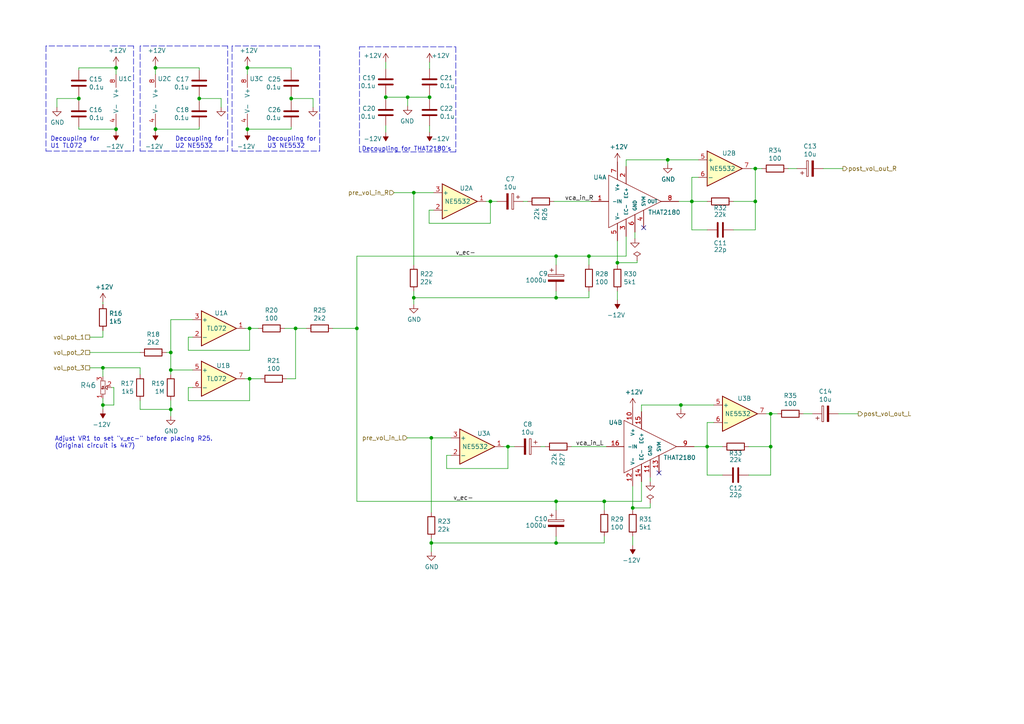
<source format=kicad_sch>
(kicad_sch (version 20211123) (generator eeschema)
  (paper "A4")
  (title_block (title "Volume Control") (date "2020-01-21") (rev "A") (company "Shawn Adams") (comment 1 "https://sound-au.com/") (comment 2 "Based on designs by Elliot Sound Products"))
  (lib_symbols
    (symbol "AAMB-Rev02:3203X502P" (pin_names (offset 0.254))
      (property "Reference" "R" (at -3.175 0.635 0))
      (property "Value" "3203X502P" (at -0.635 -1.27 0))
      (symbol "3203X502P_0_0"
        (text "5k" (at 0 0 900) (effects (font (size 0.64 0.64))))
      )
      (symbol "3203X502P_0_1"
        (polyline (pts (xy 1.27 0) (xy 1.27 0.635) (xy 0.635 0) (xy 1.27 -0.635) (xy 1.27 0)))
      )
      (symbol "3203X502P_1_1"
        (polyline (pts (xy -0.635 -1.905) (xy 0.635 -1.905)) (stroke (width 0.127)))
        (polyline (pts (xy -0.635 1.905) (xy -0.635 -1.905)) (stroke (width 0.127)))
        (polyline (pts (xy 0.635 -1.905) (xy 0.635 1.905)) (stroke (width 0.127)))
        (polyline (pts (xy 0.635 1.905) (xy -0.635 1.905)) (stroke (width 0.127)))
        (pin passive line (at 0 -3.175 90) (length 1.27) (name "") (number "1"))
        (pin passive line (at 2.54 0 180) (length 1.27) (name "") (number "2"))
        (pin passive line (at 0 3.175 270) (length 1.27) (name "") (number "3"))
      )
    )
    (symbol "AAMB-rescue:CP-Device" (pin_numbers hide) (pin_names (offset 0.254))
      (property "Reference" "C" (at 0.635 2.54 0))
      (property "Value" "CP-Device" (at 0.635 -2.54 0))
      (symbol "CP-Device_0_1"
        (rectangle (start -2.286 0.508) (end 2.286 1.016))
        (polyline (pts (xy -1.778 2.286) (xy -0.762 2.286)))
        (polyline (pts (xy -1.27 2.794) (xy -1.27 1.778)))
        (rectangle (start 2.286 -0.508) (end -2.286 -1.016) (fill (type outline)))
      )
      (symbol "CP-Device_1_1"
        (pin passive line (at 0 3.81 270) (length 2.794) (name "~") (number "1"))
        (pin passive line (at 0 -3.81 90) (length 2.794) (name "~") (number "2"))
      )
    )
    (symbol "AAMB-rescue:TL072-ne5532dr" (pin_names (offset 0.127))
      (property "Reference" "U" (at 0 5.08 0))
      (property "Value" "TL072-ne5532dr" (at 0 -5.08 0))
      (symbol "TL072-ne5532dr_1_1"
        (polyline (pts (xy -5.08 5.08) (xy 5.08 0) (xy -5.08 -5.08) (xy -5.08 5.08)) (stroke (width 0.254)) (fill (type background)))
        (pin output line (at 7.62 0 180) (length 2.54) (name "~") (number "1"))
        (pin input line (at -7.62 -2.54 0) (length 2.54) (name "-") (number "2"))
        (pin input line (at -7.62 2.54 0) (length 2.54) (name "+") (number "3"))
      )
      (symbol "TL072-ne5532dr_2_1"
        (polyline (pts (xy -5.08 5.08) (xy 5.08 0) (xy -5.08 -5.08) (xy -5.08 5.08)) (stroke (width 0.254)) (fill (type background)))
        (pin input line (at -7.62 2.54 0) (length 2.54) (name "+") (number "5"))
        (pin input line (at -7.62 -2.54 0) (length 2.54) (name "-") (number "6"))
        (pin output line (at 7.62 0 180) (length 2.54) (name "~") (number "7"))
      )
      (symbol "TL072-ne5532dr_3_1"
        (pin power_in line (at -2.54 -7.62 90) (length 3.81) (name "V-") (number "4"))
        (pin power_in line (at -2.54 7.62 270) (length 3.81) (name "V+") (number "8"))
      )
    )
    (symbol "Amplifier_Operational:NE5532" (pin_names (offset 0.127))
      (property "Reference" "U" (at 0 5.08 0))
      (property "Value" "NE5532" (at 0 -5.08 0))
      (symbol "NE5532_1_1"
        (polyline (pts (xy -5.08 5.08) (xy 5.08 0) (xy -5.08 -5.08) (xy -5.08 5.08)) (stroke (width 0.254)) (fill (type background)))
        (pin output line (at 7.62 0 180) (length 2.54) (name "~") (number "1"))
        (pin input line (at -7.62 -2.54 0) (length 2.54) (name "-") (number "2"))
        (pin input line (at -7.62 2.54 0) (length 2.54) (name "+") (number "3"))
      )
      (symbol "NE5532_2_1"
        (polyline (pts (xy -5.08 5.08) (xy 5.08 0) (xy -5.08 -5.08) (xy -5.08 5.08)) (stroke (width 0.254)) (fill (type background)))
        (pin input line (at -7.62 2.54 0) (length 2.54) (name "+") (number "5"))
        (pin input line (at -7.62 -2.54 0) (length 2.54) (name "-") (number "6"))
        (pin output line (at 7.62 0 180) (length 2.54) (name "~") (number "7"))
      )
      (symbol "NE5532_3_1"
        (pin power_in line (at -2.54 -7.62 90) (length 3.81) (name "V-") (number "4"))
        (pin power_in line (at -2.54 7.62 270) (length 3.81) (name "V+") (number "8"))
      )
    )
    (symbol "Device:C" (pin_numbers hide) (pin_names (offset 0.254))
      (property "Reference" "C" (at 0.635 2.54 0))
      (property "Value" "C" (at 0.635 -2.54 0))
      (symbol "C_0_1"
        (polyline (pts (xy -2.032 -0.762) (xy 2.032 -0.762)) (stroke (width 0.508)))
        (polyline (pts (xy -2.032 0.762) (xy 2.032 0.762)) (stroke (width 0.508)))
      )
      (symbol "C_1_1"
        (pin passive line (at 0 3.81 270) (length 2.794) (name "~") (number "1"))
        (pin passive line (at 0 -3.81 90) (length 2.794) (name "~") (number "2"))
      )
    )
    (symbol "Device:R" (pin_numbers hide) (pin_names (offset 0))
      (property "Reference" "R" (at 2.032 0 90))
      (property "Value" "R" (at 0 0 90))
      (symbol "R_0_1"
        (rectangle (start -1.016 -2.54) (end 1.016 2.54) (stroke (width 0.254)))
      )
      (symbol "R_1_1"
        (pin passive line (at 0 3.81 270) (length 1.27) (name "~") (number "1"))
        (pin passive line (at 0 -3.81 90) (length 1.27) (name "~") (number "2"))
      )
    )
    (symbol "THAT2180_1" (pin_names (offset 1.016))
      (property "Reference" "U4" (at -10.795 6.985 0))
      (property "Value" "THAT2180_1" (at 5.08 -3.175 0))
      (symbol "THAT2180_1_0_1"
        (polyline (pts (xy -6.35 -7.62) (xy 8.89 0) (xy -6.35 7.62) (xy -6.35 -7.62)))
      )
      (symbol "THAT2180_1_1_1"
        (pin input line (at -11.43 0 0) (length 5.08) (name "-IN") (number "1"))
        (pin input line (at -1.27 10.16 270) (length 5.08) (name "EC+") (number "2"))
        (pin input line (at -1.27 -10.16 90) (length 5.08) (name "EC-") (number "3"))
        (pin passive line (at 3.81 -7.62 90) (length 5.08) (name "SVM") (number "4"))
        (pin power_in line (at -3.81 -11.43 90) (length 5.08) (name "V-") (number "5"))
        (pin power_in line (at 1.27 -8.89 90) (length 5.08) (name "GND") (number "6"))
        (pin power_in line (at -3.81 11.43 270) (length 5.08) (name "V+") (number "7"))
        (pin output line (at 13.97 0 180) (length 5.08) (name "OUT") (number "8"))
      )
      (symbol "THAT2180_1_2_1"
        (pin power_in line (at -3.81 11.43 270) (length 5.08) (name "V+") (number "10"))
        (pin power_in line (at 1.27 -8.89 90) (length 5.08) (name "GND") (number "11"))
        (pin power_in line (at -3.81 -11.43 90) (length 5.08) (name "V-") (number "12"))
        (pin passive line (at 3.81 -7.62 90) (length 5.08) (name "SVM") (number "13"))
        (pin input line (at -1.27 -10.16 90) (length 5.08) (name "EC-") (number "14"))
        (pin input line (at -1.27 10.16 270) (length 5.08) (name "EC+") (number "15"))
        (pin input line (at -11.43 0 0) (length 5.08) (name "-IN") (number "16"))
        (pin output line (at 13.97 0 180) (length 5.08) (name "~") (number "9"))
      )
    )
    (symbol "power:+12V" (power) (pin_names (offset 0))
      (property "Value" "+12V" (at 0 3.556 0))
      (symbol "+12V_0_1"
        (polyline (pts (xy -0.762 1.27) (xy 0 2.54)))
        (polyline (pts (xy 0 0) (xy 0 2.54)))
        (polyline (pts (xy 0 2.54) (xy 0.762 1.27)))
      )
      (symbol "+12V_1_1"
        (pin power_in line (at 0 0 90) (length 0) hide (name "+12V") (number "1"))
      )
    )
    (symbol "power:-12V" (power) (pin_names (offset 0))
      (property "Value" "-12V" (at 0 3.81 0))
      (symbol "-12V_0_0"
        (pin power_in line (at 0 0 90) (length 0) hide (name "-12V") (number "1"))
      )
      (symbol "-12V_0_1"
        (polyline (pts (xy 0 0) (xy 0 1.27) (xy 0.762 1.27) (xy 0 2.54) (xy -0.762 1.27) (xy 0 1.27)) (fill (type outline)))
      )
    )
    (symbol "power:GND" (power) (pin_names (offset 0))
      (property "Value" "GND" (at 0 -3.81 0))
      (symbol "GND_0_1"
        (polyline (pts (xy 0 0) (xy 0 -1.27) (xy 1.27 -1.27) (xy 0 -2.54) (xy -1.27 -1.27) (xy 0 -1.27)))
      )
      (symbol "GND_1_1"
        (pin power_in line (at 0 0 270) (length 0) hide (name "GND") (number "1"))
      )
    )
    (symbol "power:PWR_FLAG" (power) (pin_numbers hide) (pin_names (offset 0) hide)
      (property "Value" "PWR_FLAG" (at 0 3.81 0))
      (symbol "PWR_FLAG_0_0"
        (pin power_out line (at 0 0 90) (length 0) (name "pwr") (number "1"))
      )
      (symbol "PWR_FLAG_0_1"
        (polyline (pts (xy 0 0) (xy 0 1.27) (xy -1.016 1.905) (xy 0 2.54) (xy 1.016 1.905) (xy 0 1.27)))
      )
    )
  )
  (junction (at 22.86 28.575))
  (junction (at 125.095 127))
  (junction (at 118.237 28.194))
  (junction (at 124.587 28.194))
  (junction (at 71.755 37.465))
  (junction (at 57.785 28.575))
  (junction (at 45.085 19.685))
  (junction (at 29.845 117.475))
  (junction (at 111.887 28.194))
  (junction (at 161.29 74.295))
  (junction (at 49.53 102.235))
  (junction (at 219.075 58.42))
  (junction (at 33.655 19.685))
  (junction (at 170.815 74.295))
  (junction (at 72.39 109.855))
  (junction (at 147.32 129.54))
  (junction (at 183.515 147.32))
  (junction (at 175.26 145.415))
  (junction (at 223.52 120.015))
  (junction (at 85.725 95.25))
  (junction (at 71.755 19.685))
  (junction (at 125.095 157.48))
  (junction (at 49.53 118.745))
  (junction (at 33.655 37.465))
  (junction (at 120.015 86.36))
  (junction (at 45.085 37.465))
  (junction (at 197.485 117.475))
  (junction (at 103.505 95.25))
  (junction (at 179.07 76.2))
  (junction (at 29.845 106.68))
  (junction (at 200.66 58.42))
  (junction (at 84.455 28.575))
  (junction (at 142.24 58.42))
  (junction (at 49.53 107.315))
  (junction (at 219.075 48.895))
  (junction (at 161.29 145.415))
  (junction (at 223.52 129.54))
  (junction (at 120.015 55.88))
  (junction (at 72.39 95.25))
  (junction (at 205.105 129.54))
  (junction (at 161.29 157.48))
  (junction (at 193.675 46.355))
  (junction (at 161.29 86.36))
  (no_connect (at 186.69 66.04))
  (no_connect (at 191.135 137.16))
  (wire (pts (xy 33.02 117.475) (xy 29.845 117.475)))
  (polyline (pts (xy 132.207 44.069) (xy 104.267 44.069)))
  (wire (pts (xy 188.595 147.32) (xy 183.515 147.32)))
  (wire (pts (xy 181.61 48.26) (xy 181.61 46.355)))
  (wire (pts (xy 120.015 55.88) (xy 125.73 55.88)))
  (wire (pts (xy 49.53 118.745) (xy 40.64 118.745)))
  (wire (pts (xy 29.845 106.68) (xy 40.64 106.68)))
  (wire (pts (xy 129.54 135.89) (xy 129.54 132.08)))
  (wire (pts (xy 45.085 37.465) (xy 45.085 38.1)))
  (polyline (pts (xy 92.71 13.335) (xy 67.31 13.335)))
  (wire (pts (xy 244.475 48.895) (xy 238.76 48.895)))
  (wire (pts (xy 114.3 55.88) (xy 120.015 55.88)))
  (wire (pts (xy 196.85 58.42) (xy 200.66 58.42)))
  (wire (pts (xy 49.53 102.235) (xy 49.53 92.71)))
  (wire (pts (xy 85.725 95.25) (xy 82.55 95.25)))
  (wire (pts (xy 124.587 28.194) (xy 124.587 27.559)))
  (wire (pts (xy 147.32 129.54) (xy 149.225 129.54)))
  (wire (pts (xy 161.29 76.835) (xy 161.29 74.295)))
  (wire (pts (xy 72.39 101.6) (xy 54.61 101.6)))
  (wire (pts (xy 186.055 117.475) (xy 197.485 117.475)))
  (wire (pts (xy 64.135 31.115) (xy 64.135 28.575)))
  (wire (pts (xy 186.055 139.7) (xy 186.055 145.415)))
  (wire (pts (xy 29.845 115.57) (xy 29.845 117.475)))
  (wire (pts (xy 179.07 76.835) (xy 179.07 76.2)))
  (wire (pts (xy 49.53 107.315) (xy 49.53 108.585)))
  (wire (pts (xy 200.66 66.675) (xy 205.105 66.675)))
  (wire (pts (xy 209.55 129.54) (xy 205.105 129.54)))
  (wire (pts (xy 29.845 95.885) (xy 29.845 97.79)))
  (wire (pts (xy 40.64 108.585) (xy 40.64 106.68)))
  (wire (pts (xy 147.32 129.54) (xy 147.32 135.89)))
  (wire (pts (xy 57.785 27.94) (xy 57.785 28.575)))
  (wire (pts (xy 212.725 58.42) (xy 219.075 58.42)))
  (wire (pts (xy 72.39 109.855) (xy 72.39 116.205)))
  (wire (pts (xy 118.11 127) (xy 125.095 127)))
  (polyline (pts (xy 92.71 43.815) (xy 92.71 13.335)))
  (wire (pts (xy 120.015 86.36) (xy 120.015 84.455)))
  (polyline (pts (xy 40.64 13.335) (xy 40.64 43.815)))
  (wire (pts (xy 118.237 28.194) (xy 118.237 30.734)))
  (wire (pts (xy 170.815 74.295) (xy 161.29 74.295)))
  (wire (pts (xy 161.29 86.36) (xy 170.815 86.36)))
  (wire (pts (xy 175.26 145.415) (xy 161.29 145.415)))
  (wire (pts (xy 125.095 148.59) (xy 125.095 127)))
  (wire (pts (xy 71.12 109.855) (xy 72.39 109.855)))
  (wire (pts (xy 219.075 58.42) (xy 219.075 48.895)))
  (wire (pts (xy 124.587 28.829) (xy 124.587 28.194)))
  (wire (pts (xy 161.29 145.415) (xy 103.505 145.415)))
  (wire (pts (xy 188.595 139.7) (xy 188.595 138.43)))
  (wire (pts (xy 71.755 19.05) (xy 71.755 19.685)))
  (wire (pts (xy 29.845 97.79) (xy 26.035 97.79)))
  (wire (pts (xy 183.515 147.32) (xy 183.515 140.97)))
  (wire (pts (xy 179.07 86.995) (xy 179.07 84.455)))
  (wire (pts (xy 111.887 28.194) (xy 111.887 27.559)))
  (wire (pts (xy 54.61 112.395) (xy 55.88 112.395)))
  (wire (pts (xy 33.655 37.465) (xy 22.86 37.465)))
  (wire (pts (xy 140.97 58.42) (xy 142.24 58.42)))
  (wire (pts (xy 186.055 119.38) (xy 186.055 117.475)))
  (wire (pts (xy 54.61 101.6) (xy 54.61 97.79)))
  (wire (pts (xy 84.455 27.94) (xy 84.455 28.575)))
  (wire (pts (xy 201.295 129.54) (xy 205.105 129.54)))
  (wire (pts (xy 188.595 146.05) (xy 188.595 147.32)))
  (wire (pts (xy 200.66 58.42) (xy 200.66 66.675)))
  (wire (pts (xy 111.887 28.829) (xy 111.887 28.194)))
  (wire (pts (xy 200.66 58.42) (xy 200.66 51.435)))
  (wire (pts (xy 223.52 129.54) (xy 223.52 120.015)))
  (wire (pts (xy 85.725 95.25) (xy 88.9 95.25)))
  (wire (pts (xy 161.29 84.455) (xy 161.29 86.36)))
  (wire (pts (xy 84.455 20.32) (xy 84.455 19.685)))
  (wire (pts (xy 175.26 157.48) (xy 175.26 155.575)))
  (wire (pts (xy 57.785 20.32) (xy 57.785 19.685)))
  (wire (pts (xy 219.075 66.675) (xy 219.075 58.42)))
  (wire (pts (xy 183.515 147.955) (xy 183.515 147.32)))
  (wire (pts (xy 181.61 46.355) (xy 193.675 46.355)))
  (wire (pts (xy 225.425 120.015) (xy 223.52 120.015)))
  (wire (pts (xy 228.6 48.895) (xy 231.14 48.895)))
  (wire (pts (xy 72.39 95.25) (xy 72.39 101.6)))
  (wire (pts (xy 54.61 116.205) (xy 54.61 112.395)))
  (polyline (pts (xy 132.207 13.589) (xy 132.207 44.069)))
  (wire (pts (xy 57.785 28.575) (xy 57.785 29.21)))
  (polyline (pts (xy 38.735 43.815) (xy 38.735 13.335)))
  (wire (pts (xy 54.61 97.79) (xy 55.88 97.79)))
  (wire (pts (xy 248.92 120.015) (xy 243.205 120.015)))
  (wire (pts (xy 48.26 102.235) (xy 49.53 102.235)))
  (wire (pts (xy 161.29 155.575) (xy 161.29 157.48)))
  (polyline (pts (xy 67.31 43.815) (xy 92.71 43.815)))
  (wire (pts (xy 55.88 107.315) (xy 49.53 107.315)))
  (wire (pts (xy 22.86 28.575) (xy 22.86 27.94)))
  (wire (pts (xy 197.485 118.745) (xy 197.485 117.475)))
  (wire (pts (xy 72.39 116.205) (xy 54.61 116.205)))
  (wire (pts (xy 96.52 95.25) (xy 103.505 95.25)))
  (wire (pts (xy 183.515 158.115) (xy 183.515 155.575)))
  (wire (pts (xy 181.61 74.295) (xy 170.815 74.295)))
  (polyline (pts (xy 67.31 13.335) (xy 67.31 43.815)))
  (wire (pts (xy 45.085 19.05) (xy 45.085 19.685)))
  (wire (pts (xy 165.735 129.54) (xy 175.895 129.54)))
  (wire (pts (xy 22.86 29.21) (xy 22.86 28.575)))
  (wire (pts (xy 49.53 118.745) (xy 49.53 116.205)))
  (wire (pts (xy 29.845 106.68) (xy 29.845 109.22)))
  (wire (pts (xy 142.24 58.42) (xy 144.145 58.42)))
  (wire (pts (xy 33.02 112.395) (xy 33.02 117.475)))
  (wire (pts (xy 33.655 19.685) (xy 33.655 21.59)))
  (wire (pts (xy 22.86 19.685) (xy 22.86 20.32)))
  (wire (pts (xy 49.53 102.235) (xy 49.53 107.315)))
  (wire (pts (xy 125.095 157.48) (xy 161.29 157.48)))
  (wire (pts (xy 212.725 66.675) (xy 219.075 66.675)))
  (polyline (pts (xy 13.335 43.815) (xy 38.735 43.815)))
  (wire (pts (xy 219.075 48.895) (xy 217.805 48.895)))
  (wire (pts (xy 179.07 76.2) (xy 179.07 69.85)))
  (wire (pts (xy 125.095 160.02) (xy 125.095 157.48)))
  (wire (pts (xy 84.455 37.465) (xy 71.755 37.465)))
  (wire (pts (xy 57.785 37.465) (xy 57.785 36.83)))
  (wire (pts (xy 193.675 46.355) (xy 202.565 46.355)))
  (wire (pts (xy 103.505 95.25) (xy 103.505 74.295)))
  (wire (pts (xy 233.045 120.015) (xy 235.585 120.015)))
  (wire (pts (xy 217.17 129.54) (xy 223.52 129.54)))
  (wire (pts (xy 103.505 95.25) (xy 103.505 145.415)))
  (wire (pts (xy 193.675 46.355) (xy 193.675 47.625)))
  (wire (pts (xy 29.845 106.68) (xy 26.035 106.68)))
  (wire (pts (xy 184.15 67.31) (xy 184.15 69.215)))
  (wire (pts (xy 161.29 157.48) (xy 175.26 157.48)))
  (wire (pts (xy 33.655 37.465) (xy 33.655 38.1)))
  (wire (pts (xy 160.655 58.42) (xy 171.45 58.42)))
  (polyline (pts (xy 104.267 44.069) (xy 104.267 13.589)))
  (wire (pts (xy 33.655 19.685) (xy 33.655 19.05)))
  (wire (pts (xy 71.755 36.83) (xy 71.755 37.465)))
  (wire (pts (xy 57.785 19.685) (xy 45.085 19.685)))
  (wire (pts (xy 71.12 95.25) (xy 72.39 95.25)))
  (wire (pts (xy 156.845 129.54) (xy 158.115 129.54)))
  (wire (pts (xy 146.05 129.54) (xy 147.32 129.54)))
  (polyline (pts (xy 66.04 43.815) (xy 66.04 13.335)))
  (wire (pts (xy 83.185 109.855) (xy 85.725 109.855)))
  (wire (pts (xy 125.095 157.48) (xy 125.095 156.21)))
  (wire (pts (xy 200.66 51.435) (xy 202.565 51.435)))
  (wire (pts (xy 22.86 28.575) (xy 16.51 28.575)))
  (wire (pts (xy 205.105 137.795) (xy 209.55 137.795)))
  (wire (pts (xy 161.29 86.36) (xy 120.015 86.36)))
  (wire (pts (xy 186.055 145.415) (xy 175.26 145.415)))
  (wire (pts (xy 120.015 88.265) (xy 120.015 86.36)))
  (polyline (pts (xy 104.267 13.589) (xy 132.207 13.589)))
  (wire (pts (xy 142.24 64.77) (xy 124.46 64.77)))
  (wire (pts (xy 170.815 86.36) (xy 170.815 84.455)))
  (wire (pts (xy 142.24 58.42) (xy 142.24 64.77)))
  (wire (pts (xy 217.17 137.795) (xy 223.52 137.795)))
  (wire (pts (xy 223.52 137.795) (xy 223.52 129.54)))
  (wire (pts (xy 40.64 102.235) (xy 26.035 102.235)))
  (wire (pts (xy 124.46 60.96) (xy 125.73 60.96)))
  (wire (pts (xy 33.655 19.685) (xy 22.86 19.685)))
  (wire (pts (xy 84.455 28.575) (xy 84.455 29.21)))
  (wire (pts (xy 111.887 19.939) (xy 111.887 18.034)))
  (wire (pts (xy 57.785 37.465) (xy 45.085 37.465)))
  (wire (pts (xy 124.587 18.034) (xy 124.587 19.939)))
  (wire (pts (xy 184.785 75.565) (xy 184.785 76.2)))
  (wire (pts (xy 205.105 129.54) (xy 205.105 137.795)))
  (wire (pts (xy 170.815 76.835) (xy 170.815 74.295)))
  (wire (pts (xy 175.26 147.955) (xy 175.26 145.415)))
  (wire (pts (xy 16.51 28.575) (xy 16.51 31.115)))
  (polyline (pts (xy 13.335 13.335) (xy 13.335 43.815)))
  (wire (pts (xy 205.105 58.42) (xy 200.66 58.42)))
  (wire (pts (xy 124.46 64.77) (xy 124.46 60.96)))
  (wire (pts (xy 181.61 68.58) (xy 181.61 74.295)))
  (wire (pts (xy 205.105 129.54) (xy 205.105 122.555)))
  (wire (pts (xy 84.455 19.685) (xy 71.755 19.685)))
  (wire (pts (xy 33.655 36.83) (xy 33.655 37.465)))
  (wire (pts (xy 32.385 112.395) (xy 33.02 112.395)))
  (wire (pts (xy 111.887 38.354) (xy 111.887 36.449)))
  (wire (pts (xy 147.32 135.89) (xy 129.54 135.89)))
  (wire (pts (xy 184.785 76.2) (xy 179.07 76.2)))
  (wire (pts (xy 120.015 76.835) (xy 120.015 55.88)))
  (wire (pts (xy 103.505 74.295) (xy 161.29 74.295)))
  (wire (pts (xy 72.39 95.25) (xy 74.93 95.25)))
  (wire (pts (xy 161.29 147.955) (xy 161.29 145.415)))
  (wire (pts (xy 45.085 36.83) (xy 45.085 37.465)))
  (wire (pts (xy 40.64 118.745) (xy 40.64 116.205)))
  (wire (pts (xy 151.765 58.42) (xy 153.035 58.42)))
  (wire (pts (xy 71.755 19.685) (xy 71.755 21.59)))
  (wire (pts (xy 72.39 109.855) (xy 75.565 109.855)))
  (wire (pts (xy 220.98 48.895) (xy 219.075 48.895)))
  (wire (pts (xy 29.845 118.745) (xy 29.845 117.475)))
  (wire (pts (xy 84.455 37.465) (xy 84.455 36.83)))
  (polyline (pts (xy 38.735 13.335) (xy 13.335 13.335)))
  (wire (pts (xy 22.86 37.465) (xy 22.86 36.83)))
  (wire (pts (xy 124.587 38.354) (xy 124.587 36.449)))
  (wire (pts (xy 124.587 28.194) (xy 118.237 28.194)))
  (polyline (pts (xy 66.04 13.335) (xy 40.64 13.335)))
  (wire (pts (xy 71.755 37.465) (xy 71.755 38.1)))
  (wire (pts (xy 223.52 120.015) (xy 222.25 120.015)))
  (wire (pts (xy 49.53 120.65) (xy 49.53 118.745)))
  (wire (pts (xy 111.887 28.194) (xy 118.237 28.194)))
  (wire (pts (xy 205.105 122.555) (xy 207.01 122.555)))
  (polyline (pts (xy 40.64 43.815) (xy 66.04 43.815)))
  (wire (pts (xy 129.54 132.08) (xy 130.81 132.08)))
  (wire (pts (xy 90.805 28.575) (xy 84.455 28.575)))
  (wire (pts (xy 125.095 127) (xy 130.81 127)))
  (wire (pts (xy 45.085 19.685) (xy 45.085 21.59)))
  (wire (pts (xy 85.725 109.855) (xy 85.725 95.25)))
  (wire (pts (xy 64.135 28.575) (xy 57.785 28.575)))
  (wire (pts (xy 29.845 87.63) (xy 29.845 88.265)))
  (wire (pts (xy 49.53 92.71) (xy 55.88 92.71)))
  (wire (pts (xy 90.805 31.115) (xy 90.805 28.575)))
  (wire (pts (xy 197.485 117.475) (xy 207.01 117.475)))
  (text "Adjust VR1 to set \"v_ec-\" before placing R25.\n(Original circuit is 4k7)" (at 15.875 130.175 0) (effects (font (size 1.27 1.27)) (justify left bottom)))
  (text "Decoupling for \nU1 TL072" (at 14.605 43.18 0) (effects (font (size 1.27 1.27)) (justify left bottom)))
  (text "Decoupling for \nU2 NE5532" (at 50.8 43.18 0) (effects (font (size 1.27 1.27)) (justify left bottom)))
  (text "Decoupling for \nU3 NE5532" (at 77.47 43.18 0) (effects (font (size 1.27 1.27)) (justify left bottom)))
  (text "Decoupling for THAT2180's" (at 104.902 44.069 0) (effects (font (size 1.27 1.27)) (justify left bottom)))
  (label "vca_in_R" (at 163.83 58.42 0))
  (label "v_ec-" (at 132.08 74.295 0))
  (label "v_ec-" (at 131.445 145.415 0))
  (label "vca_in_L" (at 167.005 129.54 0))
  (hierarchical_label "pre_vol_in_R" (shape input) (at 114.3 55.88 180))
  (hierarchical_label "vol_pot_3" (shape passive) (at 26.035 106.68 180))
  (hierarchical_label "pre_vol_in_L" (shape input) (at 118.11 127 180))
  (hierarchical_label "vol_pot_1" (shape passive) (at 26.035 97.79 180))
  (hierarchical_label "vol_pot_2" (shape passive) (at 26.035 102.235 180))
  (hierarchical_label "post_vol_out_R" (shape output) (at 244.475 48.895 0))
  (hierarchical_label "post_vol_out_L" (shape output) (at 248.92 120.015 0))
  (symbol (lib_id "Device:R") (at 161.925 129.54 90) (unit 1)
    (property "Reference" "R27" (at 163.0934 131.318 0) (effects (justify right)))
    (property "Value" "22k" (at 160.782 131.318 0) (effects (justify right)))
    (property "Footprint" "Resistor_SMD:R_0201_0603Metric_Pad0.64x0.40mm_HandSolder" (effects hide))
    (property "DigiKey" "https://www.digikey.com/product-detail/en/te-connectivity-passive-product/CRGCQ0603F22K/A129704CT-ND/8577536" (effects hide))
    (property "MFG" "TE Connectivity Passive Product" (effects hide))
    (property "MPN" "CRGCQ0603F22K" (effects hide))
  )
  (symbol (lib_id "Device:R") (at 92.71 95.25 90) (unit 1)
    (property "Reference" "R25" (at 92.71 89.9922 90))
    (property "Value" "2k2" (at 92.71 92.3036 90))
    (property "Footprint" "Resistor_SMD:R_0201_0603Metric_Pad0.64x0.40mm_HandSolder" (effects hide))
    (property "DigiKey" "https://www.digikey.com/product-detail/en/te-connectivity-passive-product/CRGCQ0603F2K2/A129692CT-ND/8577524" (effects hide))
    (property "MFG" "TE Connectivity Passive Product" (effects hide))
    (property "MPN" "CRGCQ0603F2K2" (effects hide))
  )
  (symbol (lib_id "Device:R") (at 125.095 152.4 180) (unit 1)
    (property "Reference" "R23" (at 126.873 151.2316 0) (effects (justify right)))
    (property "Value" "22k" (at 126.873 153.543 0) (effects (justify right)))
    (property "Footprint" "Resistor_SMD:R_0201_0603Metric_Pad0.64x0.40mm_HandSolder" (effects hide))
    (property "DigiKey" "https://www.digikey.com/product-detail/en/te-connectivity-passive-product/CRGCQ0603F22K/A129704CT-ND/8577536" (effects hide))
    (property "MFG" "TE Connectivity Passive Product" (effects hide))
    (property "MPN" "CRGCQ0603F22K" (effects hide))
  )
  (symbol (lib_id "Device:R") (at 183.515 151.765 180) (unit 1)
    (property "Reference" "R31" (at 185.293 150.5966 0) (effects (justify right)))
    (property "Value" "5k1" (at 185.293 152.908 0) (effects (justify right)))
    (property "Footprint" "Resistor_SMD:R_0201_0603Metric_Pad0.64x0.40mm_HandSolder" (effects hide))
    (property "DigiKey" "https://www.digikey.com/product-detail/en/panasonic-electronic-components/ERJ-PA3F5101V/P5-1KBYCT-ND/5036200" (effects hide))
    (property "MFG" "Panasonic Electronic Components" (effects hide))
    (property "MPN" "ERJ-PA3F5101V" (effects hide))
  )
  (symbol (lib_id "Device:R") (at 229.235 120.015 90) (unit 1)
    (property "Reference" "R35" (at 229.235 114.7572 90))
    (property "Value" "100" (at 229.235 117.0686 90))
    (property "Footprint" "Resistor_SMD:R_0201_0603Metric_Pad0.64x0.40mm_HandSolder" (effects hide))
    (property "DigiKey" "https://www.digikey.com/product-detail/en/vishay-dale/RCS0603100RFKEA/541-2786-1-ND/5867079" (effects hide))
    (property "MFG" "Vishay Dale" (effects hide))
    (property "MPN" "RCS0603100RFKEA" (effects hide))
  )
  (symbol (lib_id "Device:R") (at 213.36 129.54 90) (mirror x) (unit 1)
    (property "Reference" "R33" (at 213.36 131.445 90))
    (property "Value" "22k" (at 213.36 133.35 90))
    (property "Footprint" "Resistor_SMD:R_0201_0603Metric_Pad0.64x0.40mm_HandSolder" (effects hide))
    (property "DigiKey" "https://www.digikey.com/product-detail/en/te-connectivity-passive-product/CRGCQ0603F22K/A129704CT-ND/8577536" (effects hide))
    (property "MFG" "TE Connectivity Passive Product" (effects hide))
    (property "MPN" "CRGCQ0603F22K" (effects hide))
  )
  (symbol (lib_name "THAT2180_1") (lib_id "audio_amp_custom:THAT2180") (at 182.88 58.42 0) (unit 1)
    (property "Reference" "U4" (at 172.085 51.435 0) (effects (justify left)))
    (property "Value" "THAT2180" (at 187.96 61.595 0) (effects (justify left)))
    (property "Footprint" "Package_DIP:DIP-16_W7.62mm_SMDSocket_SmallPads" (effects hide))
    (property "Datasheet" "https://www.mill-max.com/assets/pdfs/metric/108M.pdf" (effects hide))
    (property "DigiKey" "https://www.digikey.com/product-detail/en/mill-max-manufacturing-corp/214-99-316-01-670800/ED2130-ND/9895" (effects hide))
    (property "MFG" "Mill-Max Manufacturing Corp." (effects hide))
    (property "MPN" "214-99-316-01-670800" (effects hide))
  )
  (symbol (lib_id "power:+12V") (at 183.515 118.11 0) (unit 1)
    (property "Reference" "#PWR022" (effects hide))
    (property "Value" "+12V" (at 183.896 113.7158 0))
  )
  (symbol (lib_id "power:-12V") (at 183.515 158.115 180) (unit 1)
    (property "Reference" "#PWR023" (effects hide))
    (property "Value" "-12V" (at 183.134 162.5092 0))
  )
  (symbol (lib_id "Amplifier_Operational:NE5532") (at 138.43 129.54 0) (unit 1)
    (property "Reference" "U3" (at 140.335 125.73 0))
    (property "Value" "NE5532" (at 137.795 129.54 0))
    (property "Footprint" "Package_SO:SOIC-8_3.9x4.9mm_P1.27mm" (effects hide))
    (property "Datasheet" "http://www.ti.com/lit/ds/symlink/ne5532.pdf" (effects hide))
    (property "DigiKey" "https://www.digikey.com/product-detail/en/texas-instruments/NE5532DR/296-13622-1-ND/499498" (effects hide))
    (property "MFG" "Texas Instruments" (effects hide))
    (property "MPN" "NE5532DR" (effects hide))
  )
  (symbol (lib_id "Amplifier_Operational:NE5532") (at 214.63 120.015 0) (unit 2)
    (property "Reference" "U3" (at 215.9 115.57 0))
    (property "Value" "NE5532" (at 213.995 120.015 0))
    (property "Footprint" "Package_SO:SOIC-8_3.9x4.9mm_P1.27mm" (effects hide))
    (property "Datasheet" "http://www.ti.com/lit/ds/symlink/ne5532.pdf" (effects hide))
    (property "DigiKey" "https://www.digikey.com/product-detail/en/texas-instruments/NE5532DR/296-13622-1-ND/499498" (effects hide))
    (property "MFG" "Texas Instruments" (effects hide))
    (property "MPN" "NE5532DR" (effects hide))
  )
  (symbol (lib_id "Amplifier_Operational:NE5532") (at 47.625 29.21 0) (unit 3)
    (property "Reference" "U2" (at 45.72 22.86 0) (effects (justify left)))
    (property "Value" "NE5532" (effects hide))
    (property "Footprint" "Package_SO:SOIC-8_3.9x4.9mm_P1.27mm" (effects hide))
    (property "Datasheet" "http://www.ti.com/lit/ds/symlink/ne5532.pdf" (effects hide))
    (property "DigiKey" "https://www.digikey.com/product-detail/en/texas-instruments/NE5532DR/296-13622-1-ND/499498" (effects hide))
    (property "MFG" "Texas Instruments" (effects hide))
    (property "MPN" "NE5532DR" (effects hide))
  )
  (symbol (lib_id "Device:R") (at 78.74 95.25 270) (unit 1)
    (property "Reference" "R20" (at 78.74 89.9922 90))
    (property "Value" "100" (at 78.74 92.3036 90))
    (property "Footprint" "Resistor_SMD:R_0201_0603Metric_Pad0.64x0.40mm_HandSolder" (effects hide))
    (property "DigiKey" "https://www.digikey.com/product-detail/en/vishay-dale/RCS0603100RFKEA/541-2786-1-ND/5867079" (effects hide))
    (property "MFG" "Vishay Dale" (effects hide))
    (property "MPN" "RCS0603100RFKEA" (effects hide))
  )
  (symbol (lib_id "Device:R") (at 79.375 109.855 270) (unit 1)
    (property "Reference" "R21" (at 79.375 104.5972 90))
    (property "Value" "100" (at 79.375 106.9086 90))
    (property "Footprint" "Resistor_SMD:R_0201_0603Metric_Pad0.64x0.40mm_HandSolder" (effects hide))
    (property "DigiKey" "https://www.digikey.com/product-detail/en/vishay-dale/RCS0603100RFKEA/541-2786-1-ND/5867079" (effects hide))
    (property "MFG" "Vishay Dale" (effects hide))
    (property "MPN" "RCS0603100RFKEA" (effects hide))
  )
  (symbol (lib_id "Device:R") (at 44.45 102.235 270) (unit 1)
    (property "Reference" "R18" (at 44.45 96.9772 90))
    (property "Value" "2k2" (at 44.45 99.2886 90))
    (property "Footprint" "Resistor_SMD:R_0201_0603Metric_Pad0.64x0.40mm_HandSolder" (effects hide))
    (property "DigiKey" "https://www.digikey.com/product-detail/en/te-connectivity-passive-product/CRGCQ0603F2K2/A129692CT-ND/8577524" (effects hide))
    (property "MFG" "TE Connectivity Passive Product" (effects hide))
    (property "MPN" "CRGCQ0603F2K2" (effects hide))
  )
  (symbol (lib_id "Device:R") (at 49.53 112.395 0) (mirror x) (unit 1)
    (property "Reference" "R19" (at 47.752 111.2266 0) (effects (justify right)))
    (property "Value" "1M" (at 47.752 113.538 0) (effects (justify right)))
    (property "Footprint" "Resistor_SMD:R_0201_0603Metric_Pad0.64x0.40mm_HandSolder" (effects hide))
    (property "DigiKey" "https://www.digikey.com/product-detail/en/panasonic-electronic-components/ERJ-3EKF1004V/P1-00MHCT-ND/198072" (effects hide))
    (property "MFG" "Panasonic Electronic Components" (effects hide))
    (property "MPN" "ERJ-3EKF1004V" (effects hide))
  )
  (symbol (lib_id "AAMB-rescue:TL072-ne5532dr") (at 63.5 95.25 0) (unit 1)
    (property "Reference" "U1" (at 64.135 90.805 0))
    (property "Value" "TL072" (at 62.865 95.25 0))
    (property "Footprint" "Package_SO:SOIC-8_3.9x4.9mm_P1.27mm" (effects hide))
    (property "Datasheet" "http://www.st.com/content/ccc/resource/technical/document/datasheet/bb/4d/19/24/7d/40/48/a6/CD00000490.pdf/files/CD00000490.pdf/jcr:content/translations/en.CD00000490.pdf" (effects hide))
    (property "DigiKey" "https://www.digikey.com/product-detail/en/stmicroelectronics/TL072CDT/497-2200-1-ND/599107" (effects hide))
    (property "MFG" "STMicroelectronics" (effects hide))
    (property "MPN" "TL072CDT" (effects hide))
  )
  (symbol (lib_id "AAMB-rescue:TL072-ne5532dr") (at 63.5 109.855 0) (unit 2)
    (property "Reference" "U1" (at 64.77 106.045 0))
    (property "Value" "TL072" (at 62.865 109.855 0))
    (property "Footprint" "Package_SO:SOIC-8_3.9x4.9mm_P1.27mm" (effects hide))
    (property "Datasheet" "http://www.st.com/content/ccc/resource/technical/document/datasheet/bb/4d/19/24/7d/40/48/a6/CD00000490.pdf/files/CD00000490.pdf/jcr:content/translations/en.CD00000490.pdf" (effects hide))
    (property "DigiKey" "https://www.digikey.com/product-detail/en/stmicroelectronics/TL072CDT/497-2200-1-ND/599107" (effects hide))
    (property "MFG" "STMicroelectronics" (effects hide))
    (property "MPN" "TL072CDT" (effects hide))
  )
  (symbol (lib_id "AAMB-rescue:TL072-ne5532dr") (at 36.195 29.21 0) (unit 3)
    (property "Reference" "U1" (at 34.29 22.86 0) (effects (justify left)))
    (property "Value" "TL072" (effects hide))
    (property "Footprint" "Package_SO:SOIC-8_3.9x4.9mm_P1.27mm" (effects hide))
    (property "Datasheet" "http://www.st.com/content/ccc/resource/technical/document/datasheet/bb/4d/19/24/7d/40/48/a6/CD00000490.pdf/files/CD00000490.pdf/jcr:content/translations/en.CD00000490.pdf" (effects hide))
    (property "DigiKey" "https://www.digikey.com/product-detail/en/stmicroelectronics/TL072CDT/497-2200-1-ND/599107" (effects hide))
    (property "MFG" "STMicroelectronics" (effects hide))
    (property "MPN" "TL072CDT" (effects hide))
  )
  (symbol (lib_id "Device:R") (at 40.64 112.395 0) (mirror x) (unit 1)
    (property "Reference" "R17" (at 38.862 111.2266 0) (effects (justify right)))
    (property "Value" "1k5" (at 38.862 113.538 0) (effects (justify right)))
    (property "Footprint" "Resistor_SMD:R_0201_0603Metric_Pad0.64x0.40mm_HandSolder" (effects hide))
    (property "DigiKey" "https://www.digikey.com/product-detail/en/panasonic-electronic-components/ERJ-3EKF1501V/P1-50KHCT-ND/198088" (effects hide))
    (property "MFG" "Panasonic Electronic Components" (effects hide))
    (property "MPN" "ERJ-3EKF1501V" (effects hide))
  )
  (symbol (lib_id "power:-12V") (at 29.845 118.745 180) (unit 1)
    (property "Reference" "#PWR016" (effects hide))
    (property "Value" "-12V" (at 29.464 123.1392 0))
  )
  (symbol (lib_id "power:GND") (at 49.53 120.65 0) (unit 1)
    (property "Reference" "#PWR017" (effects hide))
    (property "Value" "GND" (at 49.657 125.0442 0))
  )
  (symbol (lib_id "Device:R") (at 29.845 92.075 180) (unit 1)
    (property "Reference" "R16" (at 31.623 90.9066 0) (effects (justify right)))
    (property "Value" "1k5" (at 31.623 93.218 0) (effects (justify right)))
    (property "Footprint" "Resistor_SMD:R_0201_0603Metric_Pad0.64x0.40mm_HandSolder" (effects hide))
    (property "DigiKey" "https://www.digikey.com/product-detail/en/panasonic-electronic-components/ERJ-3EKF1501V/P1-50KHCT-ND/198088" (effects hide))
    (property "MFG" "Panasonic Electronic Components" (effects hide))
    (property "MPN" "ERJ-3EKF1501V" (effects hide))
  )
  (symbol (lib_id "power:+12V") (at 29.845 87.63 0) (unit 1)
    (property "Reference" "#PWR015" (effects hide))
    (property "Value" "+12V" (at 30.226 83.2358 0))
  )
  (symbol (lib_id "power:-12V") (at 33.655 38.1 180) (unit 1)
    (property "Reference" "#PWR012" (effects hide))
    (property "Value" "-12V" (at 33.274 42.4942 0))
  )
  (symbol (lib_id "power:+12V") (at 33.655 19.05 0) (unit 1)
    (property "Reference" "#PWR011" (effects hide))
    (property "Value" "+12V" (at 34.036 14.6558 0))
  )
  (symbol (lib_id "power:+12V") (at 45.085 19.05 0) (unit 1)
    (property "Reference" "#PWR013" (effects hide))
    (property "Value" "+12V" (at 45.466 14.6558 0))
  )
  (symbol (lib_id "power:-12V") (at 45.085 38.1 180) (unit 1)
    (property "Reference" "#PWR014" (effects hide))
    (property "Value" "-12V" (at 44.704 42.4942 0))
  )
  (symbol (lib_id "power:GND") (at 184.15 69.215 0) (unit 1)
    (property "Reference" "#PWR0114" (effects hide))
    (property "Value" "GND" (effects hide))
  )
  (symbol (lib_id "power:GND") (at 64.135 31.115 0) (unit 1)
    (property "Reference" "#PWR0117" (effects hide))
    (property "Value" "GND" (effects hide))
  )
  (symbol (lib_id "Device:R") (at 175.26 151.765 180) (unit 1)
    (property "Reference" "R29" (at 177.038 150.5966 0) (effects (justify right)))
    (property "Value" "100" (at 177.038 152.908 0) (effects (justify right)))
    (property "Footprint" "Resistor_SMD:R_0201_0603Metric_Pad0.64x0.40mm_HandSolder" (effects hide))
    (property "DigiKey" "https://www.digikey.com/product-detail/en/vishay-dale/RCS0603100RFKEA/541-2786-1-ND/5867079" (effects hide))
    (property "MFG" "Vishay Dale" (effects hide))
    (property "MPN" "RCS0603100RFKEA" (effects hide))
  )
  (symbol (lib_id "AAMB-rescue:CP-Device") (at 153.035 129.54 270) (unit 1)
    (property "Reference" "C8" (at 153.035 123.063 90))
    (property "Value" "10u" (at 153.035 125.3744 90))
    (property "Footprint" "Capacitor_SMD:CP_Elec_5x3" (effects hide))
    (property "Datasheet" "https://www.we-online.de/katalog/datasheet/865080642006.pdf" (effects hide))
    (property "DigiKey" "https://www.digikey.com/product-detail/en/w%C3%BCrth-elektronik/865080642006/732-8451-1-ND/5728408" (effects hide))
    (property "MFG" "Wurth Elektronik" (effects hide))
    (property "MPN" "865080642006" (effects hide))
  )
  (symbol (lib_id "power:GND") (at 197.485 118.745 0) (unit 1)
    (property "Reference" "#PWR0119" (effects hide))
    (property "Value" "GND" (effects hide))
  )
  (symbol (lib_id "Device:C") (at 213.36 137.795 270) (mirror x) (unit 1)
    (property "Reference" "C12" (at 213.36 141.605 90))
    (property "Value" "22p" (at 213.36 143.51 90))
    (property "Footprint" "Capacitor_SMD:C_0603_1608Metric_Pad1.08x0.95mm_HandSolder" (effects hide))
    (property "DigiKey" "https://www.digikey.com/product-detail/en/w%C3%BCrth-elektronik/885012006053/732-7795-1-ND/5454422" (effects hide))
    (property "MFG" "Wurth Elektronik" (effects hide))
    (property "MPN" "885012006053" (effects hide))
  )
  (symbol (lib_id "AAMB-rescue:CP-Device") (at 239.395 120.015 90) (unit 1)
    (property "Reference" "C14" (at 239.395 113.538 90))
    (property "Value" "10u" (at 239.395 115.8494 90))
    (property "Footprint" "Capacitor_SMD:CP_Elec_5x3" (effects hide))
    (property "Datasheet" "https://www.we-online.de/katalog/datasheet/865080642006.pdf" (effects hide))
    (property "DigiKey" "https://www.digikey.com/product-detail/en/w%C3%BCrth-elektronik/865080642006/732-8451-1-ND/5728408" (effects hide))
    (property "MFG" "Wurth Elektronik" (effects hide))
    (property "MPN" "865080642006" (effects hide))
  )
  (symbol (lib_id "power:GND") (at 125.095 160.02 0) (unit 1)
    (property "Reference" "#PWR019" (effects hide))
    (property "Value" "GND" (at 125.222 164.4142 0))
  )
  (symbol (lib_id "power:GND") (at 188.595 139.7 0) (unit 1)
    (property "Reference" "#PWR0122" (effects hide))
    (property "Value" "GND" (effects hide))
  )
  (symbol (lib_id "power:PWR_FLAG") (at 184.785 75.565 0) (unit 1)
    (property "Reference" "#FLG0106" (effects hide))
    (property "Value" "PWR_FLAG" (effects hide))
  )
  (symbol (lib_id "power:PWR_FLAG") (at 188.595 146.05 0) (unit 1)
    (property "Reference" "#FLG0107" (effects hide))
    (property "Value" "PWR_FLAG" (effects hide))
  )
  (symbol (lib_id "Device:R") (at 156.845 58.42 90) (unit 1)
    (property "Reference" "R26" (at 158.0134 60.198 0) (effects (justify right)))
    (property "Value" "22k" (at 155.702 60.198 0) (effects (justify right)))
    (property "Footprint" "Resistor_SMD:R_0201_0603Metric_Pad0.64x0.40mm_HandSolder" (effects hide))
    (property "DigiKey" "https://www.digikey.com/product-detail/en/te-connectivity-passive-product/CRGCQ0603F22K/A129704CT-ND/8577536" (effects hide))
    (property "MFG" "TE Connectivity Passive Product" (effects hide))
    (property "MPN" "CRGCQ0603F22K" (effects hide))
  )
  (symbol (lib_id "Device:R") (at 120.015 80.645 180) (unit 1)
    (property "Reference" "R22" (at 121.793 79.4766 0) (effects (justify right)))
    (property "Value" "22k" (at 121.793 81.788 0) (effects (justify right)))
    (property "Footprint" "Resistor_SMD:R_0201_0603Metric_Pad0.64x0.40mm_HandSolder" (effects hide))
    (property "DigiKey" "https://www.digikey.com/product-detail/en/te-connectivity-passive-product/CRGCQ0603F22K/A129704CT-ND/8577536" (effects hide))
    (property "MFG" "TE Connectivity Passive Product" (effects hide))
    (property "MPN" "CRGCQ0603F22K" (effects hide))
  )
  (symbol (lib_id "Device:R") (at 179.07 80.645 180) (unit 1)
    (property "Reference" "R30" (at 180.848 79.4766 0) (effects (justify right)))
    (property "Value" "5k1" (at 180.848 81.788 0) (effects (justify right)))
    (property "Footprint" "Resistor_SMD:R_0201_0603Metric_Pad0.64x0.40mm_HandSolder" (effects hide))
    (property "DigiKey" "https://www.digikey.com/product-detail/en/panasonic-electronic-components/ERJ-PA3F5101V/P5-1KBYCT-ND/5036200" (effects hide))
    (property "MFG" "Panasonic Electronic Components" (effects hide))
    (property "MPN" "ERJ-PA3F5101V" (effects hide))
  )
  (symbol (lib_id "Device:R") (at 224.79 48.895 90) (unit 1)
    (property "Reference" "R34" (at 224.79 43.6372 90))
    (property "Value" "100" (at 224.79 45.9486 90))
    (property "Footprint" "Resistor_SMD:R_0201_0603Metric_Pad0.64x0.40mm_HandSolder" (effects hide))
    (property "DigiKey" "https://www.digikey.com/product-detail/en/vishay-dale/RCS0603100RFKEA/541-2786-1-ND/5867079" (effects hide))
    (property "MFG" "Vishay Dale" (effects hide))
    (property "MPN" "RCS0603100RFKEA" (effects hide))
  )
  (symbol (lib_id "Device:R") (at 208.915 58.42 90) (mirror x) (unit 1)
    (property "Reference" "R32" (at 208.915 60.325 90))
    (property "Value" "22k" (at 208.915 62.23 90))
    (property "Footprint" "Resistor_SMD:R_0201_0603Metric_Pad0.64x0.40mm_HandSolder" (effects hide))
    (property "DigiKey" "https://www.digikey.com/product-detail/en/te-connectivity-passive-product/CRGCQ0603F22K/A129704CT-ND/8577536" (effects hide))
    (property "MFG" "TE Connectivity Passive Product" (effects hide))
    (property "MPN" "CRGCQ0603F22K" (effects hide))
  )
  (symbol (lib_id "power:+12V") (at 179.07 46.99 0) (unit 1)
    (property "Reference" "#PWR020" (effects hide))
    (property "Value" "+12V" (at 179.451 42.5958 0))
  )
  (symbol (lib_id "power:-12V") (at 179.07 86.995 180) (unit 1)
    (property "Reference" "#PWR021" (effects hide))
    (property "Value" "-12V" (at 178.689 91.3892 0))
  )
  (symbol (lib_id "power:GND") (at 193.675 47.625 0) (unit 1)
    (property "Reference" "#PWR026" (effects hide))
    (property "Value" "GND" (at 193.802 52.0192 0))
  )
  (symbol (lib_id "Amplifier_Operational:NE5532") (at 133.35 58.42 0) (unit 1)
    (property "Reference" "U2" (at 135.255 54.61 0))
    (property "Value" "NE5532" (at 132.715 58.42 0))
    (property "Footprint" "Package_SO:SOIC-8_3.9x4.9mm_P1.27mm" (effects hide))
    (property "Datasheet" "http://www.ti.com/lit/ds/symlink/ne5532.pdf" (effects hide))
    (property "DigiKey" "https://www.digikey.com/product-detail/en/texas-instruments/NE5532DR/296-13622-1-ND/499498" (effects hide))
    (property "MFG" "Texas Instruments" (effects hide))
    (property "MPN" "NE5532DR" (effects hide))
  )
  (symbol (lib_id "Amplifier_Operational:NE5532") (at 210.185 48.895 0) (unit 2)
    (property "Reference" "U2" (at 211.455 44.45 0))
    (property "Value" "NE5532" (at 209.55 48.895 0))
    (property "Footprint" "Package_SO:SOIC-8_3.9x4.9mm_P1.27mm" (effects hide))
    (property "Datasheet" "http://www.ti.com/lit/ds/symlink/ne5532.pdf" (effects hide))
    (property "DigiKey" "https://www.digikey.com/product-detail/en/texas-instruments/NE5532DR/296-13622-1-ND/499498" (effects hide))
    (property "MFG" "Texas Instruments" (effects hide))
    (property "MPN" "NE5532DR" (effects hide))
  )
  (symbol (lib_id "Device:R") (at 170.815 80.645 180) (unit 1)
    (property "Reference" "R28" (at 172.593 79.4766 0) (effects (justify right)))
    (property "Value" "100" (at 172.593 81.788 0) (effects (justify right)))
    (property "Footprint" "Resistor_SMD:R_0201_0603Metric_Pad0.64x0.40mm_HandSolder" (effects hide))
    (property "DigiKey" "https://www.digikey.com/product-detail/en/vishay-dale/RCS0603100RFKEA/541-2786-1-ND/5867079" (effects hide))
    (property "MFG" "Vishay Dale" (effects hide))
    (property "MPN" "RCS0603100RFKEA" (effects hide))
  )
  (symbol (lib_id "AAMB-rescue:CP-Device") (at 161.29 80.645 0) (unit 1)
    (property "Reference" "C9" (at 156.21 79.375 0) (effects (justify left)))
    (property "Value" "1000u" (at 152.4 81.28 0) (effects (justify left)))
    (property "Footprint" "Capacitor_SMD:C_Elec_10x10.2" (effects hide))
    (property "Datasheet" "https://na.industrial.panasonic.com/file-download/3122" (effects hide))
    (property "DigiKey" "https://www.digikey.com/product-detail/en/panasonic-electronic-components/EEV-FK1E102Q/PCE3462TR-ND/396274" (effects hide))
    (property "MFG" "Panasonic Electronic Components" (effects hide))
    (property "MPN" "EEV-FK1E102Q" (effects hide))
  )
  (symbol (lib_id "AAMB-rescue:CP-Device") (at 147.955 58.42 270) (unit 1)
    (property "Reference" "C7" (at 147.955 51.943 90))
    (property "Value" "10u" (at 147.955 54.2544 90))
    (property "Footprint" "Capacitor_SMD:CP_Elec_5x3" (effects hide))
    (property "Datasheet" "https://www.we-online.de/katalog/datasheet/865080642006.pdf" (effects hide))
    (property "DigiKey" "https://www.digikey.com/product-detail/en/w%C3%BCrth-elektronik/865080642006/732-8451-1-ND/5728408" (effects hide))
    (property "MFG" "Wurth Elektronik" (effects hide))
    (property "MPN" "865080642006" (effects hide))
  )
  (symbol (lib_id "Device:C") (at 208.915 66.675 270) (mirror x) (unit 1)
    (property "Reference" "C11" (at 208.915 70.485 90))
    (property "Value" "22p" (at 208.915 72.39 90))
    (property "Footprint" "Capacitor_SMD:C_0603_1608Metric_Pad1.08x0.95mm_HandSolder" (effects hide))
    (property "DigiKey" "https://www.digikey.com/product-detail/en/w%C3%BCrth-elektronik/885012006053/732-7795-1-ND/5454422" (effects hide))
    (property "MFG" "Wurth Elektronik" (effects hide))
    (property "MPN" "885012006053" (effects hide))
  )
  (symbol (lib_id "AAMB-rescue:CP-Device") (at 234.95 48.895 90) (unit 1)
    (property "Reference" "C13" (at 234.95 42.418 90))
    (property "Value" "10u" (at 234.95 44.7294 90))
    (property "Footprint" "Capacitor_SMD:CP_Elec_5x3" (effects hide))
    (property "Datasheet" "https://www.we-online.de/katalog/datasheet/865080642006.pdf" (effects hide))
    (property "DigiKey" "https://www.digikey.com/product-detail/en/w%C3%BCrth-elektronik/865080642006/732-8451-1-ND/5728408" (effects hide))
    (property "MFG" "Wurth Elektronik" (effects hide))
    (property "MPN" "865080642006" (effects hide))
  )
  (symbol (lib_id "power:GND") (at 120.015 88.265 0) (unit 1)
    (property "Reference" "#PWR018" (effects hide))
    (property "Value" "GND" (at 120.142 92.6592 0))
  )
  (symbol (lib_id "Device:C") (at 22.86 24.13 0) (unit 1)
    (property "Reference" "C15" (at 25.781 22.9616 0) (effects (justify left)))
    (property "Value" "0.1u" (at 25.781 25.273 0) (effects (justify left)))
    (property "Footprint" "Capacitor_SMD:C_0603_1608Metric_Pad1.08x0.95mm_HandSolder" (effects hide))
    (property "DigiKey" "https://www.digikey.com/product-detail/en/kemet/C0603C104Z3VACTU/399-1100-1-ND/411375" (effects hide))
    (property "MFG" "KEMET" (effects hide))
    (property "MPN" "C0603C104Z3VACTU" (effects hide))
  )
  (symbol (lib_id "power:GND") (at 16.51 31.115 0) (unit 1)
    (property "Reference" "#PWR028" (effects hide))
    (property "Value" "GND" (at 16.637 35.5092 0))
  )
  (symbol (lib_id "power:+12V") (at 111.887 18.034 0) (unit 1)
    (property "Reference" "#PWR030" (effects hide))
    (property "Value" "+12V" (at 108.077 16.129 0))
  )
  (symbol (lib_id "power:-12V") (at 111.887 38.354 180) (unit 1)
    (property "Reference" "#PWR031" (effects hide))
    (property "Value" "-12V" (at 108.077 40.259 0))
  )
  (symbol (lib_id "power:GND") (at 118.237 30.734 0) (mirror y) (unit 1)
    (property "Reference" "#PWR032" (effects hide))
    (property "Value" "GND" (at 118.11 35.1282 0))
  )
  (symbol (lib_id "power:+12V") (at 124.587 18.034 0) (mirror y) (unit 1)
    (property "Reference" "#PWR033" (effects hide))
    (property "Value" "+12V" (at 127.762 16.129 0))
  )
  (symbol (lib_id "power:-12V") (at 124.587 38.354 0) (mirror x) (unit 1)
    (property "Reference" "#PWR034" (effects hide))
    (property "Value" "-12V" (at 127.762 40.259 0))
  )
  (symbol (lib_id "Device:C") (at 22.86 33.02 0) (unit 1)
    (property "Reference" "C16" (at 25.781 31.8516 0) (effects (justify left)))
    (property "Value" "0.1u" (at 25.781 34.163 0) (effects (justify left)))
    (property "Footprint" "Capacitor_SMD:C_0603_1608Metric_Pad1.08x0.95mm_HandSolder" (effects hide))
    (property "DigiKey" "https://www.digikey.com/product-detail/en/kemet/C0603C104Z3VACTU/399-1100-1-ND/411375" (effects hide))
    (property "MFG" "KEMET" (effects hide))
    (property "MPN" "C0603C104Z3VACTU" (effects hide))
  )
  (symbol (lib_id "Device:C") (at 57.785 24.13 0) (mirror y) (unit 1)
    (property "Reference" "C17" (at 54.864 22.9616 0) (effects (justify left)))
    (property "Value" "0.1u" (at 54.864 25.273 0) (effects (justify left)))
    (property "Footprint" "Capacitor_SMD:C_0603_1608Metric_Pad1.08x0.95mm_HandSolder" (effects hide))
    (property "DigiKey" "https://www.digikey.com/product-detail/en/kemet/C0603C104Z3VACTU/399-1100-1-ND/411375" (effects hide))
    (property "MFG" "KEMET" (effects hide))
    (property "MPN" "C0603C104Z3VACTU" (effects hide))
  )
  (symbol (lib_id "Device:C") (at 57.785 33.02 0) (mirror y) (unit 1)
    (property "Reference" "C18" (at 54.864 31.8516 0) (effects (justify left)))
    (property "Value" "0.1u" (at 54.864 34.163 0) (effects (justify left)))
    (property "Footprint" "Capacitor_SMD:C_0603_1608Metric_Pad1.08x0.95mm_HandSolder" (effects hide))
    (property "DigiKey" "https://www.digikey.com/product-detail/en/kemet/C0603C104Z3VACTU/399-1100-1-ND/411375" (effects hide))
    (property "MFG" "KEMET" (effects hide))
    (property "MPN" "C0603C104Z3VACTU" (effects hide))
  )
  (symbol (lib_id "Device:C") (at 111.887 23.749 0) (mirror y) (unit 1)
    (property "Reference" "C19" (at 108.966 22.5806 0) (effects (justify left)))
    (property "Value" "0.1u" (at 108.966 24.892 0) (effects (justify left)))
    (property "Footprint" "Capacitor_SMD:C_0603_1608Metric_Pad1.08x0.95mm_HandSolder" (effects hide))
    (property "DigiKey" "https://www.digikey.com/product-detail/en/kemet/C0603C104Z3VACTU/399-1100-1-ND/411375" (effects hide))
    (property "MFG" "KEMET" (effects hide))
    (property "MPN" "C0603C104Z3VACTU" (effects hide))
  )
  (symbol (lib_id "Device:C") (at 111.887 32.639 0) (mirror y) (unit 1)
    (property "Reference" "C20" (at 108.966 31.4706 0) (effects (justify left)))
    (property "Value" "0.1u" (at 108.966 33.782 0) (effects (justify left)))
    (property "Footprint" "Capacitor_SMD:C_0603_1608Metric_Pad1.08x0.95mm_HandSolder" (effects hide))
    (property "DigiKey" "https://www.digikey.com/product-detail/en/kemet/C0603C104Z3VACTU/399-1100-1-ND/411375" (effects hide))
    (property "MFG" "KEMET" (effects hide))
    (property "MPN" "C0603C104Z3VACTU" (effects hide))
  )
  (symbol (lib_id "Device:C") (at 124.587 23.749 0) (unit 1)
    (property "Reference" "C21" (at 127.508 22.5806 0) (effects (justify left)))
    (property "Value" "0.1u" (at 127.508 24.892 0) (effects (justify left)))
    (property "Footprint" "Capacitor_SMD:C_0603_1608Metric_Pad1.08x0.95mm_HandSolder" (effects hide))
    (property "DigiKey" "https://www.digikey.com/product-detail/en/kemet/C0603C104Z3VACTU/399-1100-1-ND/411375" (effects hide))
    (property "MFG" "KEMET" (effects hide))
    (property "MPN" "C0603C104Z3VACTU" (effects hide))
  )
  (symbol (lib_id "Device:C") (at 124.587 32.639 0) (unit 1)
    (property "Reference" "C22" (at 127.508 31.4706 0) (effects (justify left)))
    (property "Value" "0.1u" (at 127.508 33.782 0) (effects (justify left)))
    (property "Footprint" "Capacitor_SMD:C_0603_1608Metric_Pad1.08x0.95mm_HandSolder" (effects hide))
    (property "DigiKey" "https://www.digikey.com/product-detail/en/kemet/C0603C104Z3VACTU/399-1100-1-ND/411375" (effects hide))
    (property "MFG" "KEMET" (effects hide))
    (property "MPN" "C0603C104Z3VACTU" (effects hide))
  )
  (symbol (lib_id "AAMB-rescue:CP-Device") (at 161.29 151.765 0) (unit 1)
    (property "Reference" "C10" (at 154.94 150.495 0) (effects (justify left)))
    (property "Value" "1000u" (at 152.4 152.4 0) (effects (justify left)))
    (property "Footprint" "Capacitor_SMD:C_Elec_10x10.2" (effects hide))
    (property "Datasheet" "https://na.industrial.panasonic.com/file-download/3122" (effects hide))
    (property "DigiKey" "https://www.digikey.com/product-detail/en/panasonic-electronic-components/EEV-FK1E102Q/PCE3462TR-ND/396274" (effects hide))
    (property "MFG" "Panasonic Electronic Components" (effects hide))
    (property "MPN" "EEV-FK1E102Q" (effects hide))
  )
  (symbol (lib_id "Amplifier_Operational:NE5532") (at 74.295 29.21 0) (unit 3)
    (property "Reference" "U3" (at 72.39 22.86 0) (effects (justify left)))
    (property "Value" "NE5532" (effects hide))
    (property "Footprint" "Package_SO:SOIC-8_3.9x4.9mm_P1.27mm" (effects hide))
    (property "Datasheet" "http://www.ti.com/lit/ds/symlink/ne5532.pdf" (effects hide))
    (property "DigiKey" "https://www.digikey.com/product-detail/en/texas-instruments/NE5532DR/296-13622-1-ND/499498" (effects hide))
    (property "MFG" "Texas Instruments" (effects hide))
    (property "MPN" "NE5532DR" (effects hide))
  )
  (symbol (lib_id "power:+12V") (at 71.755 19.05 0) (unit 1)
    (property "Reference" "#PWR043" (effects hide))
    (property "Value" "+12V" (at 72.136 14.6558 0))
  )
  (symbol (lib_id "power:-12V") (at 71.755 38.1 180) (unit 1)
    (property "Reference" "#PWR044" (effects hide))
    (property "Value" "-12V" (at 71.374 42.4942 0))
  )
  (symbol (lib_id "power:GND") (at 90.805 31.115 0) (unit 1)
    (property "Reference" "#PWR045" (effects hide))
    (property "Value" "GND" (effects hide))
  )
  (symbol (lib_id "Device:C") (at 84.455 24.13 0) (mirror y) (unit 1)
    (property "Reference" "C25" (at 81.534 22.9616 0) (effects (justify left)))
    (property "Value" "0.1u" (at 81.534 25.273 0) (effects (justify left)))
    (property "Footprint" "Capacitor_SMD:C_0603_1608Metric_Pad1.08x0.95mm_HandSolder" (effects hide))
    (property "DigiKey" "https://www.digikey.com/product-detail/en/kemet/C0603C104Z3VACTU/399-1100-1-ND/411375" (effects hide))
    (property "MFG" "KEMET" (effects hide))
    (property "MPN" "C0603C104Z3VACTU" (effects hide))
  )
  (symbol (lib_id "Device:C") (at 84.455 33.02 0) (mirror y) (unit 1)
    (property "Reference" "C26" (at 81.534 31.8516 0) (effects (justify left)))
    (property "Value" "0.1u" (at 81.534 34.163 0) (effects (justify left)))
    (property "Footprint" "Capacitor_SMD:C_0603_1608Metric_Pad1.08x0.95mm_HandSolder" (effects hide))
    (property "DigiKey" "https://www.digikey.com/product-detail/en/kemet/C0603C104Z3VACTU/399-1100-1-ND/411375" (effects hide))
    (property "MFG" "KEMET" (effects hide))
    (property "MPN" "C0603C104Z3VACTU" (effects hide))
  )
  (symbol (lib_name "THAT2180_1") (lib_id "audio_amp_custom:THAT2180") (at 187.325 129.54 0) (unit 2)
    (property "Reference" "U4" (at 176.53 122.555 0) (effects (justify left)))
    (property "Value" "THAT2180" (at 192.405 132.715 0) (effects (justify left)))
    (property "Footprint" "Package_DIP:DIP-16_W7.62mm_SMDSocket_SmallPads" (effects hide))
    (property "Datasheet" "https://www.mill-max.com/assets/pdfs/metric/108M.pdf" (effects hide))
    (property "DigiKey" "https://www.digikey.com/product-detail/en/mill-max-manufacturing-corp/214-99-316-01-670800/ED2130-ND/9895" (effects hide))
    (property "MFG" "Mill-Max Manufacturing Corp." (effects hide))
    (property "MPN" "214-99-316-01-670800" (effects hide))
  )
  (symbol (lib_id "AAMB-Rev02:3203X502P") (at 29.845 112.395 0) (unit 1)
    (property "Reference" "R46" (at 27.94 111.76 0) (effects (font (size 1.524 1.524)) (justify right)))
    (property "Value" "3203X502P" (effects hide))
    (property "Footprint" "3203X502P_TEC" (effects hide))
  )
)
</source>
